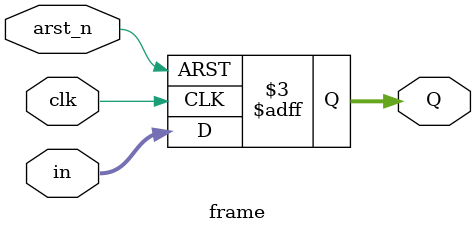
<source format=v>
module frame(
    input clk , arst_n ,
    input [7:0]in ,
    output reg [7:0]Q
);

always @(posedge clk , negedge arst_n)
begin
    if(~arst_n)
        Q <= 'd0 ;
    else
        Q <= in ;
end
endmodule
</source>
